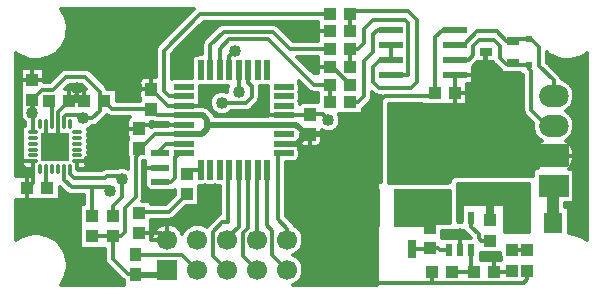
<source format=gtl>
G04 DipTrace 2.4.0.2*
%INTop.gbr*%
%MOIN*%
%ADD14C,0.0118*%
%ADD15C,0.013*%
%ADD16C,0.0197*%
%ADD17C,0.0125*%
%ADD18C,0.0394*%
%ADD20R,0.063X0.0709*%
%ADD21R,0.0709X0.063*%
%ADD22R,0.0394X0.0433*%
%ADD23R,0.0433X0.0394*%
%ADD25R,0.0827X0.0551*%
%ADD27R,0.0315X0.063*%
%ADD28R,0.0984X0.0748*%
%ADD29O,0.0984X0.0748*%
%ADD30R,0.0669X0.0669*%
%ADD31C,0.0669*%
%ADD32R,0.0394X0.126*%
%ADD34R,0.0413X0.0256*%
%ADD36R,0.0236X0.0236*%
%ADD38O,0.0335X0.0118*%
%ADD39O,0.0118X0.0335*%
%ADD40R,0.0965X0.0965*%
%ADD41R,0.0787X0.0236*%
%ADD43R,0.0236X0.0433*%
%ADD44R,0.0591X0.0197*%
%ADD45C,0.04*%
%FSLAX44Y44*%
G04*
G70*
G90*
G75*
G01*
%LNTop*%
%LPD*%
X5846Y8110D2*
D14*
Y7878D1*
D15*
Y7762D1*
X6109Y7500D1*
X6791D1*
X7382D1*
Y7382D1*
X11671Y10687D2*
Y11396D1*
X11673Y11398D1*
X6791Y6535D2*
Y7500D1*
X6043Y8110D2*
D14*
Y7940D1*
D15*
X6171Y7812D1*
X7221D1*
X7283Y7874D1*
X7776D1*
Y7776D1*
X11109Y10312D2*
X11921D1*
X12109Y10500D1*
Y10875D1*
X11988Y10995D1*
Y11398D1*
X7776Y7776D2*
Y7185D1*
X7480Y6890D1*
Y6535D1*
X20171Y4687D2*
Y5187D1*
X19046Y5937D2*
Y5406D1*
X20796Y4727D2*
X20756Y4687D1*
X20171D1*
X19921Y12008D2*
X19882D1*
Y8750D1*
X19546Y8414D1*
X18878Y11258D2*
X19882D1*
Y12008D1*
X8366Y5965D2*
X9081D1*
X9296Y5750D1*
X5650Y9606D2*
D14*
Y9839D1*
D15*
Y10007D1*
X6009Y10366D1*
X6262D1*
X6527D1*
X4799Y11076D2*
X5170D1*
X5610Y11516D1*
X6262Y10366D2*
X6299Y10827D1*
X18878Y10630D2*
Y11258D1*
X9862Y10217D2*
X9311D1*
X8760Y10768D1*
X9862Y9587D2*
X8486D1*
X8359Y9459D1*
X4626Y7480D2*
X4803Y7657D1*
Y8242D1*
D14*
Y8366D1*
X6299D2*
X6531D1*
D15*
X6693D1*
X13169Y9902D2*
X14011D1*
X14046Y9937D1*
X4626Y7480D2*
Y6988D1*
X18878Y10630D2*
Y9083D1*
X19546Y8414D1*
X8760Y10768D2*
X8327D1*
X8268Y10827D1*
X8359Y9459D2*
X7506D1*
X7484Y9437D1*
X14724Y12697D2*
X14075D1*
X13976Y12795D1*
X14046Y9937D2*
X14472D1*
X14665Y9744D1*
X14724Y11516D2*
X14173D1*
X14075Y11614D1*
X14724Y11516D2*
X14803D1*
X15394Y10925D1*
X5256Y9606D2*
D14*
Y9374D1*
D15*
Y9154D1*
X5551Y8858D1*
X5650Y9606D2*
D14*
Y9374D1*
D15*
Y8957D1*
X5551Y8858D1*
X9046Y8159D2*
X8546D1*
Y7562D1*
X8984Y7125D1*
X18127Y4687D2*
Y4312D1*
X16171D1*
Y5411D1*
X16127Y5455D1*
Y6768D1*
X16171Y6812D1*
X18127Y4312D2*
X21171D1*
X21296Y4437D1*
Y4727D1*
X9296Y4750D2*
X9127Y4580D1*
D16*
X8234D1*
X7196Y10366D2*
D15*
X7049D1*
Y10054D1*
X6799Y9804D1*
X6487D1*
Y9929D1*
X5924D1*
D14*
X5846Y9851D1*
Y9606D1*
X4799Y10406D2*
D15*
X4803Y10403D1*
Y9474D1*
D14*
Y9350D1*
X4799Y10406D2*
D15*
Y10429D1*
X5112Y10741D1*
X5487D1*
X5924Y11179D1*
X6549D1*
X7049Y10679D1*
Y10366D1*
X4799Y9991D2*
Y10406D1*
X18209Y10630D2*
Y12500D1*
X18467Y12758D1*
X18878D1*
X9862Y9902D2*
X8957D1*
X8760Y10098D1*
X9862Y9272D2*
X8881D1*
X8399Y8790D1*
X8359D1*
X13169Y9587D2*
D16*
X13584D1*
X13903Y9268D1*
X14046D1*
X6791Y5866D2*
D15*
X7480D1*
Y5118D1*
X7972Y4626D1*
X8188D1*
X8234Y4580D1*
X13169Y8957D2*
D16*
X13628D1*
X13796Y9125D1*
Y9268D1*
X14046D1*
X14466D1*
X15734Y8000D1*
X16171D1*
X18209Y10630D2*
D15*
Y10531D1*
X16535D1*
X16240Y10236D1*
Y9006D1*
X16171Y8937D1*
X9862Y9902D2*
D16*
X10472D1*
X10630Y9744D1*
Y9561D1*
Y9449D1*
X10453Y9272D1*
X9862D1*
X10630Y9561D2*
X10656Y9587D1*
X13169D1*
X8760Y10098D2*
D15*
X7464D1*
X7196Y10366D1*
X7480Y5866D2*
X7736D1*
X7874Y6004D1*
Y6827D1*
X8234Y7187D1*
Y8500D1*
X8359Y8625D1*
Y8790D1*
X15394Y10335D2*
X15650D1*
X15846Y10531D1*
Y11713D1*
X16142Y12008D1*
Y12598D1*
X16301Y12758D1*
X16752D1*
X14724Y12106D2*
X13386D1*
X12805Y12687D1*
X11171D1*
X10728Y12244D1*
Y11398D1*
X16752Y11758D2*
D17*
Y12258D1*
X15394Y13287D2*
Y12697D1*
Y13287D2*
D15*
Y13386D1*
X17323D1*
X17618Y13091D1*
Y11024D1*
X17421Y10827D1*
X16339D1*
X16142Y11024D1*
Y11516D1*
X16384Y11758D1*
X16752D1*
X22169Y9555D2*
D17*
X21941D1*
X21421Y10075D1*
Y11375D1*
X21358Y11437D1*
Y11575D1*
X20827D1*
Y11634D1*
X18878Y11758D2*
X19337D1*
X19488Y11909D1*
Y12205D1*
X19685Y12402D1*
X20177D1*
X20374Y12205D1*
Y11811D1*
X20571Y11614D1*
X20807D1*
X20827Y11634D1*
X21358Y12441D2*
X21417D1*
X21671Y12187D1*
Y11562D1*
X22169Y11064D1*
Y10555D1*
X21358Y12441D2*
X20827D1*
Y12382D1*
X20591D1*
X20276Y12697D1*
X19619D1*
X19180Y12258D1*
X18878D1*
X19420Y5406D2*
D15*
Y4769D1*
X19502Y4687D1*
X18796D2*
X19502D1*
X5340Y10366D2*
X5453Y10253D1*
Y9839D1*
D14*
Y9606D1*
X5256Y8110D2*
Y7878D1*
D15*
Y7520D1*
X5295Y7480D1*
X20046Y5727D2*
X19756D1*
X19671Y5812D1*
Y5937D1*
X19420Y6188D1*
Y6469D1*
X17466Y5455D2*
X18024D1*
X18046Y5477D1*
X18318D1*
X18390Y5406D1*
X18672D1*
X20796Y5397D2*
X21296D1*
X22169Y7555D2*
D18*
X22165Y7551D1*
Y6299D1*
X8234Y5250D2*
D15*
X9796D1*
X10296Y4750D1*
X11546Y12062D2*
X11358Y11874D1*
Y11398D1*
X13169Y8642D2*
X12984D1*
Y6437D1*
X13296Y6125D1*
Y5750D1*
Y4750D2*
X12796Y5250D1*
Y6062D1*
X12609Y6250D1*
Y8081D1*
X12618Y8091D1*
X12296Y5750D2*
Y8091D1*
X12303D1*
X11988D2*
Y6136D1*
X11819Y5967D1*
Y5227D1*
X12296Y4750D1*
X11673Y8091D2*
X11671Y8089D1*
Y6194D1*
X11296Y5819D1*
Y5750D1*
X11358Y8091D2*
X11319Y8051D1*
Y6342D1*
X11131D1*
X10819Y6029D1*
Y5227D1*
X11296Y4750D1*
X9862Y8957D2*
X9253D1*
X9046Y8750D1*
Y8632D1*
X9941Y7283D2*
X9955D1*
X9359Y6687D1*
X8366D1*
Y6634D1*
X10413Y8091D2*
X10079D1*
X9941Y7953D1*
X15394Y12106D2*
D17*
Y11516D1*
Y12106D2*
D15*
X15650D1*
X15846Y12303D1*
Y12795D1*
X16142Y13091D1*
X17224D1*
X17323Y12992D1*
Y11258D1*
X16752D1*
X9862Y10531D2*
X9350D1*
X9171Y10711D1*
Y12062D1*
X10397Y13287D1*
X14724D1*
Y10335D2*
Y10925D1*
X14173D1*
X12661Y12437D1*
X11359D1*
X11043Y12122D1*
Y11398D1*
X9046Y7687D2*
X9421D1*
X9546Y7812D1*
Y8500D1*
X9671Y8625D1*
X9859D1*
Y8638D1*
X9862Y8642D1*
D45*
X7382Y7382D3*
X11671Y10687D3*
X7776Y7776D3*
X11109Y10312D3*
X20171Y5187D3*
X19046Y5937D3*
X5610Y11516D3*
X6299Y10827D3*
X6693Y8366D3*
X4626Y6988D3*
X8268Y10827D3*
X7484Y9437D3*
X13976Y12795D3*
X14665Y9744D3*
X14075Y11614D3*
X8984Y7125D3*
X4799Y9991D3*
X6487Y9804D3*
X11546Y12062D3*
X10609Y7375D3*
X9921Y6500D3*
X7234Y4437D3*
X9296Y13187D3*
X21234Y9187D3*
X9843Y11614D3*
X18671Y9187D3*
X17921D3*
X17796Y9812D3*
X19671Y9187D3*
X20421D3*
X18999Y7493D2*
D15*
X21343D1*
X18999Y7365D2*
X21343D1*
X18999Y7236D2*
X21343D1*
X18999Y7108D2*
X21343D1*
X18999Y6979D2*
X21343D1*
X19004Y6850D2*
X19089D1*
X19999D2*
X20093D1*
X20561D2*
X21343D1*
X19004Y6722D2*
X19089D1*
X19999D2*
X20093D1*
X20561D2*
X21343D1*
X19004Y6593D2*
X19089D1*
X19999D2*
X20093D1*
X20561D2*
X21343D1*
X19004Y6465D2*
X19089D1*
X19999D2*
X20093D1*
X20561D2*
X21343D1*
X20561Y6336D2*
X21343D1*
X20561Y6207D2*
X21343D1*
X20561Y6079D2*
X21343D1*
X19102Y6379D2*
Y6885D1*
X19108D1*
X19112Y6902D1*
X19162Y6939D1*
X19921D1*
X19976Y6908D1*
X19986Y6875D1*
Y6377D1*
X20106D1*
Y6875D1*
X20138Y6929D1*
X20171Y6939D1*
X20484D1*
X20539Y6908D1*
X20549Y6875D1*
Y6002D1*
X21356D1*
Y7622D1*
X18986D1*
Y6885D1*
X18990D1*
Y6376D1*
X19102Y6377D1*
X16937Y7306D2*
X18718D1*
X16937Y7177D2*
X18718D1*
X16937Y7049D2*
X18718D1*
X16937Y6920D2*
X18718D1*
X16937Y6791D2*
X18714D1*
X16937Y6663D2*
X18714D1*
X16937Y6534D2*
X18714D1*
X16937Y6406D2*
X18714D1*
X16937Y6277D2*
X18156D1*
X18728Y6314D2*
X18731Y6894D1*
Y7372D1*
X16924D1*
Y6252D1*
X18168D1*
X18175Y6277D1*
X18225Y6314D1*
X18727D1*
X13718Y10931D2*
X13779D1*
X13718Y10802D2*
X13909D1*
X13711Y10674D2*
X14077D1*
X13718Y10545D2*
X14295D1*
X16125D2*
X16406D1*
X13716Y10416D2*
X14295D1*
X16099D2*
X16406D1*
X15991Y10288D2*
X16406D1*
X15861Y10159D2*
X16406D1*
X15823Y10031D2*
X16406D1*
X15045Y9902D2*
X16406D1*
X15078Y9773D2*
X16406D1*
X15065Y9645D2*
X16406D1*
X15007Y9516D2*
X16406D1*
X14860Y9388D2*
X16406D1*
X14456Y9259D2*
X16406D1*
X14456Y9130D2*
X16406D1*
X14450Y9002D2*
X16406D1*
X13667Y8873D2*
X13744D1*
X14347D2*
X16406D1*
X13718Y8745D2*
X16406D1*
X13718Y8616D2*
X16406D1*
X13709Y8487D2*
X16406D1*
X13594Y8359D2*
X16406D1*
X13261Y8230D2*
X16406D1*
X13261Y8102D2*
X16406D1*
X13261Y7973D2*
X16406D1*
X13261Y7844D2*
X16406D1*
X13261Y7716D2*
X16406D1*
X13261Y7587D2*
X16280D1*
X13261Y7458D2*
X16280D1*
X13261Y7330D2*
X16280D1*
X13261Y7201D2*
X16280D1*
X13261Y7073D2*
X16280D1*
X13261Y6944D2*
X16280D1*
X13261Y6815D2*
X16280D1*
X13261Y6687D2*
X16280D1*
X13261Y6558D2*
X16280D1*
X13379Y6430D2*
X16280D1*
X13506Y6301D2*
X16280D1*
X13636Y6172D2*
X16280D1*
X13756Y6044D2*
X16280D1*
X13817Y5915D2*
X16280D1*
X13843Y5787D2*
X16280D1*
X13835Y5658D2*
X16280D1*
X13797Y5529D2*
X16280D1*
X13714Y5401D2*
X16280D1*
X13549Y5272D2*
X16280D1*
X13671Y5144D2*
X16280D1*
X13772Y5015D2*
X16280D1*
X13825Y4886D2*
X16280D1*
X13843Y4758D2*
X16280D1*
X13829Y4629D2*
X16280D1*
X13783Y4500D2*
X16280D1*
X13687Y4372D2*
X16280D1*
X14309Y10528D2*
X14308Y10658D1*
X14173Y10660D1*
X14109Y10668D1*
X14048Y10691D1*
X13986Y10738D1*
X13675Y11048D1*
X13699Y10988D1*
X13704Y10880D1*
X13703Y10736D1*
X13697Y10682D1*
X13704Y10630D1*
X13703Y10421D1*
X13697Y10367D1*
X13704Y10315D1*
Y10293D1*
X13737Y10319D1*
X13806Y10349D1*
X13914Y10354D1*
X14243D1*
X14309Y10342D1*
X14308Y10652D1*
X14230Y8851D2*
X13824Y8853D1*
X13773Y8866D1*
X13728Y8892D1*
X13692Y8928D1*
X13665Y8973D1*
X13651Y9023D1*
X13650Y9037D1*
X13616Y9008D1*
X13548Y8978D1*
X13439Y8973D1*
X13173D1*
X13224Y8940D1*
X13504D1*
X13568Y8930D1*
X13625Y8900D1*
X13669Y8853D1*
X13699Y8784D1*
X13704Y8675D1*
Y8543D1*
X13694Y8479D1*
X13663Y8422D1*
X13616Y8378D1*
X13548Y8348D1*
X13439Y8343D1*
X13250D1*
X13249Y7732D1*
Y6545D1*
X13484Y6312D1*
X13535Y6239D1*
X13558Y6216D1*
X13613Y6181D1*
X13662Y6139D1*
X13707Y6092D1*
X13745Y6040D1*
X13777Y5983D1*
X13802Y5923D1*
X13819Y5860D1*
X13831Y5750D1*
X13827Y5685D1*
X13815Y5621D1*
X13796Y5559D1*
X13769Y5500D1*
X13735Y5444D1*
X13695Y5393D1*
X13649Y5348D1*
X13598Y5308D1*
X13542Y5275D1*
X13484Y5249D1*
X13558Y5216D1*
X13613Y5181D1*
X13662Y5139D1*
X13707Y5092D1*
X13745Y5040D1*
X13777Y4983D1*
X13802Y4923D1*
X13819Y4860D1*
X13831Y4750D1*
X13827Y4685D1*
X13815Y4621D1*
X13796Y4559D1*
X13769Y4500D1*
X13735Y4444D1*
X13695Y4393D1*
X13649Y4348D1*
X13598Y4308D1*
X13542Y4275D1*
X13492Y4252D1*
X16294D1*
Y7625D1*
X16326Y7679D1*
X16359Y7689D1*
X16419D1*
Y10562D1*
X16339D1*
X16274Y10570D1*
X16214Y10593D1*
X16151Y10639D1*
X16112Y10678D1*
X16111Y10531D1*
X16104Y10467D1*
X16080Y10407D1*
X16034Y10344D1*
X15817Y10129D1*
X15810Y10082D1*
Y9938D1*
X15016D1*
X15050Y9853D1*
X15063Y9789D1*
X15065Y9744D1*
X15060Y9679D1*
X15045Y9616D1*
X15019Y9557D1*
X14984Y9502D1*
X14941Y9454D1*
X14890Y9413D1*
X14834Y9381D1*
X14773Y9359D1*
X14709Y9346D1*
X14644Y9345D1*
X14580Y9353D1*
X14518Y9372D1*
X14442Y9414D1*
X14443Y9328D1*
X14442Y9025D1*
X14428Y8975D1*
X14402Y8930D1*
X14366Y8893D1*
X14321Y8867D1*
X14271Y8853D1*
X14230Y8851D1*
X14046Y9268D2*
Y8851D1*
Y9268D2*
X14443D1*
X17062Y9118D2*
X21385D1*
X17062Y8990D2*
X21513D1*
X17062Y8861D2*
X22593D1*
X17062Y8733D2*
X22593D1*
X17062Y8604D2*
X22593D1*
X17062Y8475D2*
X22593D1*
X17062Y8347D2*
X22593D1*
X17062Y8218D2*
X21342D1*
X17062Y8090D2*
X18718D1*
X17062Y7961D2*
X18718D1*
X17062Y7832D2*
X18718D1*
X17062Y7704D2*
X18718D1*
X17049Y9182D2*
Y7689D1*
X18731D1*
Y8062D1*
X18763Y8117D1*
X18796Y8127D1*
X21356D1*
Y8187D1*
X21388Y8242D1*
X21421Y8252D1*
X22606D1*
Y8872D1*
X21670Y8873D1*
X21625Y8891D1*
X21268Y9249D1*
X20647Y9247D1*
X17049D1*
Y9182D1*
X5841Y13326D2*
X10048D1*
X5904Y13198D2*
X9920D1*
X5949Y13069D2*
X9790D1*
X5975Y12940D2*
X9662D1*
X10437D2*
X11081D1*
X12895D2*
X14294D1*
X5985Y12812D2*
X9534D1*
X10309D2*
X10908D1*
X13068D2*
X14294D1*
X5979Y12683D2*
X9404D1*
X10179D2*
X10780D1*
X13196D2*
X14294D1*
X5957Y12554D2*
X9276D1*
X10051D2*
X10650D1*
X13326D2*
X14294D1*
X5918Y12426D2*
X9148D1*
X9923D2*
X10523D1*
X13454D2*
X14294D1*
X5859Y12297D2*
X9018D1*
X9793D2*
X10456D1*
X5778Y12169D2*
X8915D1*
X9666D2*
X10450D1*
X5664Y12040D2*
X8892D1*
X9538D2*
X10450D1*
X5502Y11911D2*
X8892D1*
X9448D2*
X10214D1*
X21947D2*
X22057D1*
X23218D2*
X23283D1*
X4276Y11783D2*
X4629D1*
X5214D2*
X8892D1*
X9448D2*
X10108D1*
X13703D2*
X14294D1*
X21947D2*
X22345D1*
X22930D2*
X23283D1*
X4276Y11654D2*
X8892D1*
X9448D2*
X10102D1*
X13831D2*
X14294D1*
X19617D2*
X20151D1*
X21963D2*
X23283D1*
X4276Y11526D2*
X8892D1*
X9448D2*
X10102D1*
X13961D2*
X14294D1*
X19485D2*
X20275D1*
X22091D2*
X23283D1*
X4276Y11397D2*
X4390D1*
X5210D2*
X5762D1*
X6712D2*
X8892D1*
X9448D2*
X10102D1*
X14089D2*
X14294D1*
X19485D2*
X20407D1*
X22221D2*
X23283D1*
X4276Y11268D2*
X4390D1*
X5210D2*
X5626D1*
X6848D2*
X8892D1*
X9448D2*
X10102D1*
X19485D2*
X21028D1*
X22349D2*
X23283D1*
X4276Y11140D2*
X4390D1*
X5210D2*
X5498D1*
X6976D2*
X8424D1*
X19485D2*
X21146D1*
X22434D2*
X23283D1*
X4276Y11011D2*
X4390D1*
X5210D2*
X5368D1*
X7104D2*
X8353D1*
X19485D2*
X21146D1*
X22650D2*
X23283D1*
X4276Y10883D2*
X4390D1*
X6016D2*
X6458D1*
X7234D2*
X8350D1*
X19308D2*
X21146D1*
X22771D2*
X23283D1*
X4276Y10754D2*
X4390D1*
X7625D2*
X8350D1*
X10411D2*
X11264D1*
X12386D2*
X12622D1*
X19308D2*
X21146D1*
X22838D2*
X23283D1*
X4276Y10625D2*
X4390D1*
X7625D2*
X8350D1*
X10411D2*
X10847D1*
X12386D2*
X12622D1*
X19308D2*
X21146D1*
X22871D2*
X23283D1*
X4276Y10497D2*
X4390D1*
X7625D2*
X8359D1*
X10411D2*
X10742D1*
X12386D2*
X12622D1*
X19308D2*
X21146D1*
X22871D2*
X23283D1*
X4276Y10368D2*
X4390D1*
X7625D2*
X8357D1*
X10402D2*
X10699D1*
X12351D2*
X12630D1*
X19308D2*
X21146D1*
X22842D2*
X23283D1*
X4276Y10240D2*
X4390D1*
X10411D2*
X10703D1*
X12236D2*
X12622D1*
X16698D2*
X17780D1*
X19308D2*
X21146D1*
X22779D2*
X23283D1*
X4276Y10111D2*
X4390D1*
X12108D2*
X12622D1*
X16698D2*
X21146D1*
X22664D2*
X23283D1*
X4276Y9982D2*
X4386D1*
X11348D2*
X12622D1*
X16698D2*
X21162D1*
X22684D2*
X23283D1*
X4276Y9854D2*
X4410D1*
X7238D2*
X7350D1*
X16698D2*
X21257D1*
X22790D2*
X23283D1*
X4276Y9725D2*
X4487D1*
X7108D2*
X7955D1*
X16698D2*
X21387D1*
X22848D2*
X23283D1*
X4276Y9596D2*
X4526D1*
X6978D2*
X7949D1*
X8768D2*
X9315D1*
X16698D2*
X21466D1*
X22873D2*
X23283D1*
X4276Y9468D2*
X4451D1*
X6718D2*
X7949D1*
X16700D2*
X21470D1*
X22867D2*
X23283D1*
X4276Y9339D2*
X4422D1*
X6679D2*
X7949D1*
X16700D2*
X21507D1*
X22832D2*
X23283D1*
X4276Y9211D2*
X4428D1*
X6673D2*
X7951D1*
X16700D2*
X21580D1*
X22759D2*
X23283D1*
X4276Y9082D2*
X4433D1*
X6669D2*
X7965D1*
X16700D2*
X21714D1*
X22625D2*
X23283D1*
X4276Y8953D2*
X4422D1*
X6679D2*
X7949D1*
X16700D2*
X17733D1*
X18985D2*
X21625D1*
X22714D2*
X23283D1*
X4276Y8825D2*
X4431D1*
X6671D2*
X7949D1*
X16700D2*
X17733D1*
X18985D2*
X21531D1*
X22808D2*
X23283D1*
X4276Y8696D2*
X4431D1*
X6671D2*
X7949D1*
X16700D2*
X17733D1*
X18985D2*
X21483D1*
X22857D2*
X23283D1*
X4276Y8568D2*
X4422D1*
X6679D2*
X7949D1*
X16700D2*
X17733D1*
X18985D2*
X21464D1*
X22875D2*
X23283D1*
X4276Y8439D2*
X4433D1*
X6669D2*
X7957D1*
X16700D2*
X17733D1*
X18985D2*
X21477D1*
X22863D2*
X23283D1*
X4276Y8310D2*
X4428D1*
X6673D2*
X7957D1*
X16700D2*
X17733D1*
X18985D2*
X21519D1*
X22820D2*
X23283D1*
X4276Y8182D2*
X4500D1*
X6602D2*
X7957D1*
X16700D2*
X17733D1*
X18985D2*
X21602D1*
X22737D2*
X23283D1*
X4276Y8053D2*
X4788D1*
X16700D2*
X21464D1*
X22875D2*
X23283D1*
X4276Y7925D2*
X4798D1*
X16700D2*
X21464D1*
X22875D2*
X23283D1*
X16700Y7796D2*
X18740D1*
X22875D2*
X23283D1*
X16700Y7667D2*
X18675D1*
X22875D2*
X23283D1*
X10352Y7539D2*
X11040D1*
X22875D2*
X23283D1*
X5725Y7410D2*
X5811D1*
X10352D2*
X11040D1*
X22875D2*
X23283D1*
X5725Y7281D2*
X5945D1*
X8512D2*
X9532D1*
X10352D2*
X11040D1*
X22875D2*
X23283D1*
X5725Y7153D2*
X6513D1*
X8510D2*
X9437D1*
X10352D2*
X11040D1*
X22875D2*
X23283D1*
X4276Y7024D2*
X6513D1*
X8776D2*
X9309D1*
X10352D2*
X11040D1*
X22875D2*
X23283D1*
X4276Y6896D2*
X6381D1*
X10352D2*
X11040D1*
X22574D2*
X23283D1*
X4276Y6767D2*
X6381D1*
X9826D2*
X11040D1*
X22694D2*
X23283D1*
X4276Y6638D2*
X6381D1*
X9698D2*
X11040D1*
X22694D2*
X23283D1*
X4276Y6510D2*
X6381D1*
X9570D2*
X10912D1*
X22694D2*
X23283D1*
X4276Y6381D2*
X6381D1*
X8776D2*
X10784D1*
X22694D2*
X23283D1*
X4276Y6253D2*
X6381D1*
X8776D2*
X9102D1*
X9491D2*
X10102D1*
X10490D2*
X10655D1*
X22694D2*
X23283D1*
X4276Y6124D2*
X6381D1*
X8776D2*
X8903D1*
X9690D2*
X9901D1*
X22694D2*
X23283D1*
X4276Y5995D2*
X6381D1*
X18456D2*
X19225D1*
X22694D2*
X23283D1*
X4276Y5867D2*
X4451D1*
X5392D2*
X6381D1*
X18456D2*
X19353D1*
X23108D2*
X23283D1*
X5595Y5738D2*
X6381D1*
X5727Y5610D2*
X6381D1*
X5823Y5481D2*
X6381D1*
X5892Y5352D2*
X7201D1*
X5940Y5224D2*
X7201D1*
X19751D2*
X20386D1*
X5971Y5095D2*
X7204D1*
X19751D2*
X20386D1*
X5983Y4967D2*
X7250D1*
X5981Y4838D2*
X7372D1*
X5963Y4709D2*
X7502D1*
X5928Y4581D2*
X7630D1*
X5873Y4452D2*
X7758D1*
X5798Y4323D2*
X7829D1*
X16685Y9491D2*
X16686Y9297D1*
X16684Y8383D1*
X16686Y8164D1*
Y7642D1*
X17434D1*
Y7636D1*
X18093Y7637D1*
X18651D1*
X18696Y7673D1*
X18721Y7687D1*
X18732Y7751D1*
X18762Y7808D1*
X18809Y7853D1*
X18878Y7882D1*
X18986Y7887D1*
X21434Y7886D1*
X21477Y7890D1*
Y8129D1*
X21665Y8130D1*
X21603Y8196D1*
X21552Y8272D1*
X21513Y8354D1*
X21488Y8441D1*
X21478Y8531D1*
X21481Y8622D1*
X21499Y8711D1*
X21530Y8797D1*
X21575Y8876D1*
X21631Y8947D1*
X21699Y9008D1*
X21769Y9055D1*
X21685Y9113D1*
X21637Y9157D1*
X21595Y9207D1*
X21559Y9260D1*
X21528Y9318D1*
X21505Y9378D1*
X21488Y9441D1*
X21479Y9506D1*
X21477Y9570D1*
X21484Y9641D1*
X21236Y9889D1*
X21196Y9940D1*
X21170Y9999D1*
X21159Y10075D1*
X21157Y11257D1*
X21040D1*
X21039Y11306D1*
X20420D1*
Y11399D1*
X20339Y11474D1*
X20188Y11625D1*
X20146Y11680D1*
X19628Y11678D1*
X19472Y11524D1*
Y10940D1*
X19294D1*
X19295Y10233D1*
X17792D1*
Y10268D1*
X16684Y10266D1*
Y9493D1*
X18443Y5894D2*
Y5822D1*
X18990Y5820D1*
X19001Y5822D1*
X19405D1*
X19392Y5841D1*
X19233Y6001D1*
X19192Y6054D1*
X18826Y6052D1*
X18666Y6049D1*
X18445D1*
X18443Y5849D1*
X14308Y11302D2*
Y11841D1*
X13630D1*
X14168Y11305D1*
X14308Y11302D1*
X14310Y11322D1*
X14308Y12371D2*
Y13022D1*
X10508D1*
X9895Y12411D1*
X9437Y11953D1*
X9436Y11122D1*
X9484Y11140D1*
X9593Y11145D1*
X10114D1*
X10115Y11732D1*
X10125Y11796D1*
X10156Y11853D1*
X10203Y11898D1*
X10271Y11928D1*
X10380Y11932D1*
X10463D1*
Y12244D1*
X10471Y12308D1*
X10495Y12369D1*
X10541Y12432D1*
X10984Y12874D1*
X11035Y12914D1*
X11094Y12941D1*
X11171Y12952D1*
X12805D1*
X12869Y12944D1*
X12930Y12921D1*
X12993Y12874D1*
X13496Y12371D1*
X14309D1*
X14310Y12503D1*
X8363Y10564D2*
X8365Y11010D1*
X8378Y11060D1*
X8404Y11105D1*
X8440Y11142D1*
X8485Y11168D1*
X8535Y11182D1*
X8615Y11184D1*
X8906D1*
Y12062D1*
X8914Y12126D1*
X8937Y12187D1*
X8984Y12249D1*
X10189Y13454D1*
X5737Y13455D1*
X5792Y13383D1*
X5858Y13272D1*
X5909Y13152D1*
X5946Y13028D1*
X5967Y12900D1*
X5972Y12795D1*
X5964Y12666D1*
X5940Y12538D1*
X5900Y12414D1*
X5846Y12297D1*
X5777Y12186D1*
X5696Y12085D1*
X5602Y11995D1*
X5498Y11917D1*
X5386Y11853D1*
X5266Y11803D1*
X5141Y11768D1*
X5012Y11749D1*
X4882Y11745D1*
X4753Y11758D1*
X4627Y11787D1*
X4504Y11831D1*
X4389Y11890D1*
X4281Y11962D1*
X4261Y11979D1*
X4262Y10764D1*
Y7876D1*
X4417Y7877D1*
X4832D1*
X4819Y7905D1*
X4802Y7968D1*
X4800Y8002D1*
Y8105D1*
X4704Y8107D1*
X4647Y8111D1*
X4598Y8126D1*
X4552Y8150D1*
X4512Y8183D1*
X4479Y8223D1*
X4455Y8269D1*
X4440Y8319D1*
X4436Y8371D1*
X4442Y8422D1*
X4455Y8466D1*
X4438Y8529D1*
Y8593D1*
X4455Y8663D1*
X4438Y8725D1*
Y8790D1*
X4455Y8860D1*
X4438Y8922D1*
Y8987D1*
X4455Y9056D1*
X4438Y9119D1*
Y9184D1*
X4455Y9253D1*
X4438Y9316D1*
Y9381D1*
X4453Y9444D1*
X4484Y9501D1*
X4540Y9556D1*
X4538Y9688D1*
X4495Y9732D1*
X4457Y9784D1*
X4428Y9842D1*
X4409Y9904D1*
X4400Y9969D1*
X4402Y10120D1*
X4404Y10823D1*
X4402Y10867D1*
Y11492D1*
X5196D1*
Y11006D1*
X5378D1*
X5737Y11366D1*
X5788Y11406D1*
X5847Y11432D1*
X5924Y11444D1*
X6549D1*
X6614Y11436D1*
X6674Y11412D1*
X6737Y11366D1*
X7237Y10866D1*
X7288Y10793D1*
X7364Y10763D1*
X7613D1*
Y10363D1*
X8367D1*
X8399Y10437D1*
X8375Y10483D1*
X8364Y10533D1*
X8363Y10564D1*
X8809Y9682D2*
X8756Y9681D1*
Y9523D1*
X8841Y9537D1*
X9326D1*
X9327Y9592D1*
Y9636D1*
X8957Y9637D1*
X8892Y9644D1*
X8810Y9681D1*
X8756Y9678D1*
Y9672D1*
X7962Y9256D2*
X7964Y9702D1*
X7977Y9752D1*
X8003Y9797D1*
X8039Y9834D1*
X7464Y9833D1*
X7400Y9841D1*
X7339Y9865D1*
X7275Y9912D1*
X7237Y9866D1*
X6987Y9616D1*
X6936Y9576D1*
X6876Y9550D1*
X6799Y9539D1*
X6785D1*
X6762Y9513D1*
X6711Y9473D1*
X6649Y9439D1*
X6657Y9419D1*
X6667Y9350D1*
X6659Y9286D1*
X6646Y9254D1*
X6657Y9222D1*
X6667Y9154D1*
X6659Y9089D1*
X6646Y9057D1*
X6657Y9025D1*
X6667Y8957D1*
X6659Y8892D1*
X6646Y8860D1*
X6657Y8828D1*
X6667Y8760D1*
X6659Y8696D1*
X6646Y8664D1*
X6657Y8631D1*
X6667Y8563D1*
X6659Y8499D1*
X6646Y8467D1*
X6661Y8422D1*
X6667Y8366D1*
X6661Y8315D1*
X6646Y8265D1*
X6621Y8219D1*
X6588Y8180D1*
X6547Y8148D1*
X6501Y8124D1*
X6451Y8111D1*
X6381Y8107D1*
X6302D1*
Y8078D1*
X7115Y8077D1*
X7169Y8113D1*
X7231Y8134D1*
X7348Y8139D1*
X7610D1*
X7647Y8154D1*
X7709Y8170D1*
X7774Y8176D1*
X7839Y8171D1*
X7902Y8155D1*
X7970Y8124D1*
X7969Y8522D1*
X7962Y8573D1*
Y9006D1*
X7977Y9082D1*
X7998Y9128D1*
X7974Y9174D1*
X7963Y9225D1*
X7962Y9256D1*
X17758Y9073D2*
X18972D1*
Y8122D1*
X17745D1*
Y9073D1*
X17758D1*
X10338Y7556D2*
Y6867D1*
X9913Y6866D1*
X9546Y6500D1*
X9495Y6460D1*
X9436Y6433D1*
X9359Y6422D1*
X8764D1*
X8763Y6217D1*
X8764Y5798D1*
X8776Y5874D1*
X8800Y5949D1*
X8834Y6019D1*
X8878Y6083D1*
X8931Y6140D1*
X8992Y6189D1*
X9059Y6229D1*
X9131Y6258D1*
X9206Y6277D1*
X9284Y6284D1*
X9362Y6280D1*
X9438Y6265D1*
X9511Y6239D1*
X9580Y6203D1*
X9643Y6156D1*
X9699Y6102D1*
X9745Y6040D1*
X9783Y5971D1*
X9796Y5939D1*
X9828Y6007D1*
X9862Y6062D1*
X9904Y6112D1*
X9950Y6157D1*
X10002Y6196D1*
X10059Y6229D1*
X10118Y6254D1*
X10181Y6272D1*
X10245Y6282D1*
X10310Y6284D1*
X10375Y6278D1*
X10438Y6265D1*
X10500Y6244D1*
X10558Y6216D1*
X10604Y6186D1*
X10769Y6354D1*
X10944Y6529D1*
X11017Y6581D1*
X11054Y6601D1*
Y7558D1*
X10932Y7557D1*
X10879Y7563D1*
X10827Y7556D1*
X10617Y7557D1*
X10564Y7563D1*
X10512Y7556D1*
X10339D1*
X10336Y7536D1*
X9544Y7246D2*
X9542Y7401D1*
Y7389D1*
X8551D1*
X8553Y7986D1*
X8551Y8030D1*
Y8372D1*
X8499Y8370D1*
Y7187D1*
X8491Y7123D1*
X8466Y7061D1*
X8489Y7050D1*
X8763D1*
Y6951D1*
X9249Y6952D1*
X9543Y7246D1*
X22562Y6854D2*
X22680D1*
Y5971D1*
X22818Y5956D1*
X22945Y5926D1*
X23066Y5880D1*
X23181Y5820D1*
X23299Y5737D1*
X23297Y6237D1*
Y11976D1*
X23215Y11917D1*
X23102Y11853D1*
X22982Y11803D1*
X22857Y11768D1*
X22729Y11749D1*
X22599Y11745D1*
X22470Y11758D1*
X22343Y11787D1*
X22221Y11831D1*
X22105Y11890D1*
X21998Y11962D1*
X21934Y12016D1*
Y11669D1*
X22355Y11250D1*
X22395Y11199D1*
X22421Y11137D1*
X22439Y11109D1*
X22500Y11088D1*
X22559Y11061D1*
X22614Y11027D1*
X22665Y10987D1*
X22712Y10942D1*
X22753Y10891D1*
X22788Y10837D1*
X22816Y10778D1*
X22838Y10717D1*
X22853Y10654D1*
X22861Y10555D1*
X22858Y10490D1*
X22847Y10426D1*
X22829Y10364D1*
X22804Y10304D1*
X22772Y10247D1*
X22734Y10195D1*
X22691Y10146D1*
X22642Y10104D1*
X22569Y10056D1*
X22665Y9987D1*
X22712Y9942D1*
X22753Y9891D1*
X22788Y9837D1*
X22816Y9778D1*
X22838Y9717D1*
X22853Y9654D1*
X22861Y9555D1*
X22858Y9490D1*
X22847Y9426D1*
X22829Y9364D1*
X22804Y9304D1*
X22772Y9247D1*
X22734Y9195D1*
X22691Y9146D1*
X22642Y9104D1*
X22569Y9056D1*
X22646Y9004D1*
X22712Y8942D1*
X22768Y8870D1*
X22811Y8790D1*
X22842Y8705D1*
X22858Y8615D1*
X22861Y8529D1*
X22850Y8439D1*
X22824Y8352D1*
X22785Y8270D1*
X22734Y8195D1*
X22672Y8129D1*
X22861D1*
Y6981D1*
X22563D1*
X22562Y6855D1*
X19768Y5084D2*
X20400D1*
X20399Y5311D1*
X19739D1*
X19738Y5085D1*
X19768Y5084D1*
X10397Y10862D2*
X10396Y10736D1*
X10390Y10682D1*
X10397Y10630D1*
X10396Y10421D1*
X10389Y10371D1*
X10397Y10315D1*
Y10200D1*
X10472D1*
X10537Y10193D1*
X10598Y10172D1*
X10663Y10132D1*
X10841Y9955D1*
X10888Y9893D1*
X10916Y9885D1*
X12635D1*
X12636Y10026D1*
X12644Y10059D1*
X12635Y10118D1*
Y10327D1*
X12642Y10381D1*
X12635Y10433D1*
Y10642D1*
X12642Y10696D1*
X12635Y10748D1*
Y10864D1*
X12507D1*
X12453Y10870D1*
X12402Y10863D1*
X12375D1*
X12374Y10500D1*
X12366Y10435D1*
X12343Y10375D1*
X12296Y10312D1*
X12109Y10125D1*
X12058Y10085D1*
X11998Y10058D1*
X11921Y10047D1*
X11408D1*
X11334Y9981D1*
X11277Y9949D1*
X11216Y9927D1*
X11152Y9914D1*
X11088Y9912D1*
X11023Y9921D1*
X10961Y9940D1*
X10903Y9969D1*
X10850Y10007D1*
X10804Y10052D1*
X10766Y10105D1*
X10737Y10163D1*
X10718Y10225D1*
X10709Y10289D1*
X10711Y10354D1*
X10723Y10418D1*
X10745Y10479D1*
X10777Y10536D1*
X10817Y10586D1*
X10866Y10630D1*
X10920Y10665D1*
X10980Y10691D1*
X11043Y10707D1*
X11107Y10712D1*
X11172Y10707D1*
X11235Y10692D1*
X11270Y10677D1*
X11273Y10729D1*
X11285Y10793D1*
X11313Y10863D1*
X11247Y10864D1*
X11193Y10870D1*
X11142Y10863D1*
X10932Y10864D1*
X10879Y10870D1*
X10827Y10863D1*
X10617Y10864D1*
X10564Y10870D1*
X10512Y10863D1*
X10396D1*
X6123Y10763D2*
X6590D1*
X6438Y10915D1*
X6036Y10914D1*
X5883Y10763D1*
X6425D1*
X5043Y7084D2*
X4262Y7083D1*
Y5740D1*
X4355Y5806D1*
X4468Y5869D1*
X4589Y5918D1*
X4714Y5951D1*
X4843Y5969D1*
X4973Y5971D1*
X5102Y5956D1*
X5228Y5926D1*
X5350Y5880D1*
X5465Y5820D1*
X5571Y5746D1*
X5668Y5660D1*
X5754Y5562D1*
X5826Y5455D1*
X5885Y5339D1*
X5929Y5217D1*
X5958Y5090D1*
X5971Y4961D1*
X5970Y4856D1*
X5954Y4727D1*
X5922Y4602D1*
X5875Y4481D1*
X5813Y4366D1*
X5739Y4262D1*
X7864D1*
X7842Y4320D1*
X7837Y4398D1*
X7785Y4439D1*
X7293Y4931D1*
X7253Y4982D1*
X7227Y5041D1*
X7215Y5118D1*
Y5449D1*
X6394Y5450D1*
X6396Y6283D1*
X6394Y6574D1*
Y6952D1*
X6526D1*
Y7236D1*
X6109Y7234D1*
X6044Y7242D1*
X5984Y7266D1*
X5921Y7312D1*
X5710Y7523D1*
X5712Y7083D1*
X4879Y7085D1*
X14308Y11516D2*
X14724D1*
X14308Y12697D2*
X14724D1*
X8760Y11184D2*
Y10768D1*
X8363D2*
X8760D1*
X18878Y10630D2*
Y10233D1*
Y10630D2*
X19294D1*
X4799Y11492D2*
Y11076D1*
X4403D2*
X5196D1*
X7962Y9459D2*
X8359D1*
X18359Y9073D2*
Y8122D1*
X17746Y8597D2*
X18972D1*
X21477Y8555D2*
X22861D1*
X9296Y6284D2*
Y5750D1*
X8762D2*
X9296D1*
X20171Y5084D2*
Y4687D1*
X8366Y5965D2*
X8763D1*
X19921Y12008D2*
Y11680D1*
X6299Y8366D2*
Y8107D1*
Y8366D2*
X6666D1*
X4803D2*
Y8107D1*
X4436Y8366D2*
X4803D1*
X18878Y11258D2*
X19471D1*
X9862Y10217D2*
X10397D1*
X9328Y9587D2*
X9862D1*
X12635Y9902D2*
X13169D1*
X19046Y5822D2*
Y5406D1*
X6527Y10763D2*
Y10366D1*
X6009Y10763D2*
Y10366D1*
X4626Y7877D2*
Y7084D1*
X8551Y8159D2*
X9046D1*
D20*
X16171Y8937D3*
X17274D3*
X16171Y8000D3*
X17274D3*
D21*
X19546Y7312D3*
Y8414D3*
D22*
X18046Y5477D3*
Y6147D3*
D23*
X15394Y11516D3*
X14724D3*
X15394Y12697D3*
X14724D3*
Y10925D3*
X15394D3*
G36*
X8957Y10551D2*
X8563D1*
Y10984D1*
X8957D1*
Y10551D1*
G37*
G36*
Y9882D2*
X8563D1*
Y10315D1*
X8957D1*
Y9882D1*
G37*
D23*
X18878Y10630D3*
X18209D3*
D22*
X4799Y11076D3*
Y10406D3*
G36*
X14243Y9720D2*
X13849D1*
Y10154D1*
X14243D1*
Y9720D1*
G37*
G36*
Y9051D2*
X13849D1*
Y9484D1*
X14243D1*
Y9051D1*
G37*
G36*
X8556Y9243D2*
X8162D1*
Y9676D1*
X8556D1*
Y9243D1*
G37*
G36*
Y8573D2*
X8162D1*
Y9006D1*
X8556D1*
Y8573D1*
G37*
D23*
X6527Y10366D3*
X7196D3*
X6009D3*
X5340D3*
X4626Y7480D3*
X5295D3*
D25*
X18359Y7062D3*
Y8597D3*
D21*
X20421Y7312D3*
Y8414D3*
D27*
X17466Y5455D3*
X16127D3*
D22*
X21296Y5397D3*
Y4727D3*
X9941Y7283D3*
Y7953D3*
D20*
X21063Y6299D3*
X22165D3*
D28*
X22169Y7555D3*
D29*
Y8555D3*
Y9555D3*
Y10555D3*
D30*
X9296Y4750D3*
D31*
Y5750D3*
X10296Y4750D3*
Y5750D3*
X11296Y4750D3*
Y5750D3*
X12296Y4750D3*
Y5750D3*
X13296Y4750D3*
Y5750D3*
D32*
X16171Y6812D3*
X17037D3*
D23*
X18796Y4687D3*
X18127D3*
X20171D3*
X19502D3*
D22*
X20046Y5727D3*
Y6397D3*
X20796Y4727D3*
Y5397D3*
G36*
X8431Y5033D2*
X8037D1*
Y5466D1*
X8431D1*
Y5033D1*
G37*
G36*
Y4364D2*
X8037D1*
Y4797D1*
X8431D1*
Y4364D1*
G37*
D22*
X8366Y5965D3*
Y6634D3*
D23*
X14724Y12106D3*
X15394D3*
X14724Y13287D3*
X15394D3*
X14724Y10335D3*
X15394D3*
D22*
X7480Y5866D3*
Y6535D3*
X6791Y5866D3*
Y6535D3*
D34*
X20827Y11634D3*
Y12382D3*
X19921Y12008D3*
D36*
X21358Y12441D3*
Y11575D3*
D38*
X6299Y8366D3*
Y8563D3*
Y8760D3*
Y8957D3*
Y9154D3*
Y9350D3*
D39*
X6043Y9606D3*
X5846D3*
X5650D3*
X5453D3*
X5256D3*
X5059D3*
D38*
X4803Y9350D3*
Y9154D3*
Y8957D3*
Y8760D3*
Y8563D3*
Y8366D3*
D39*
X5059Y8110D3*
X5256D3*
X5453D3*
X5650D3*
X5846D3*
X6043D3*
D40*
X5551Y8858D3*
D41*
X16752Y12758D3*
Y12258D3*
Y11758D3*
Y11258D3*
X18878D3*
Y11758D3*
Y12258D3*
Y12758D3*
G36*
X9528Y10748D2*
Y10945D1*
X10197D1*
Y10748D1*
X9528D1*
G37*
G36*
Y10433D2*
Y10630D1*
X10197D1*
Y10433D1*
X9528D1*
G37*
G36*
Y10118D2*
Y10315D1*
X10197D1*
Y10118D1*
X9528D1*
G37*
G36*
Y9803D2*
Y10000D1*
X10197D1*
Y9803D1*
X9528D1*
G37*
G36*
Y9488D2*
Y9685D1*
X10197D1*
Y9488D1*
X9528D1*
G37*
G36*
Y9173D2*
Y9370D1*
X10197D1*
Y9173D1*
X9528D1*
G37*
G36*
Y8858D2*
Y9055D1*
X10197D1*
Y8858D1*
X9528D1*
G37*
G36*
Y8543D2*
Y8740D1*
X10197D1*
Y8543D1*
X9528D1*
G37*
G36*
X10512Y7756D2*
X10315D1*
Y8425D1*
X10512D1*
Y7756D1*
G37*
G36*
X10827D2*
X10630D1*
Y8425D1*
X10827D1*
Y7756D1*
G37*
G36*
X11142D2*
X10945D1*
Y8425D1*
X11142D1*
Y7756D1*
G37*
G36*
X11457D2*
X11260D1*
Y8425D1*
X11457D1*
Y7756D1*
G37*
G36*
X11772D2*
X11575D1*
Y8425D1*
X11772D1*
Y7756D1*
G37*
G36*
X12087D2*
X11890D1*
Y8425D1*
X12087D1*
Y7756D1*
G37*
G36*
X12402D2*
X12205D1*
Y8425D1*
X12402D1*
Y7756D1*
G37*
G36*
X12717D2*
X12520D1*
Y8425D1*
X12717D1*
Y7756D1*
G37*
G36*
X12835Y8543D2*
Y8740D1*
X13504D1*
Y8543D1*
X12835D1*
G37*
G36*
Y8858D2*
Y9055D1*
X13504D1*
Y8858D1*
X12835D1*
G37*
G36*
Y9173D2*
Y9370D1*
X13504D1*
Y9173D1*
X12835D1*
G37*
G36*
Y9488D2*
Y9685D1*
X13504D1*
Y9488D1*
X12835D1*
G37*
G36*
Y9803D2*
Y10000D1*
X13504D1*
Y9803D1*
X12835D1*
G37*
G36*
Y10118D2*
Y10315D1*
X13504D1*
Y10118D1*
X12835D1*
G37*
G36*
Y10433D2*
Y10630D1*
X13504D1*
Y10433D1*
X12835D1*
G37*
G36*
Y10748D2*
Y10945D1*
X13504D1*
Y10748D1*
X12835D1*
G37*
G36*
X12717Y11063D2*
X12520D1*
Y11732D1*
X12717D1*
Y11063D1*
G37*
G36*
X12402D2*
X12205D1*
Y11732D1*
X12402D1*
Y11063D1*
G37*
G36*
X12087D2*
X11890D1*
Y11732D1*
X12087D1*
Y11063D1*
G37*
G36*
X11772D2*
X11575D1*
Y11732D1*
X11772D1*
Y11063D1*
G37*
G36*
X11457D2*
X11260D1*
Y11732D1*
X11457D1*
Y11063D1*
G37*
G36*
X11142D2*
X10945D1*
Y11732D1*
X11142D1*
Y11063D1*
G37*
G36*
X10827D2*
X10630D1*
Y11732D1*
X10827D1*
Y11063D1*
G37*
G36*
X10512D2*
X10315D1*
Y11732D1*
X10512D1*
Y11063D1*
G37*
D43*
X18672Y5406D3*
X19046D3*
X19420D3*
Y6469D3*
X19046D3*
X18672D3*
D44*
X9046Y8632D3*
Y8159D3*
Y7687D3*
M02*

</source>
